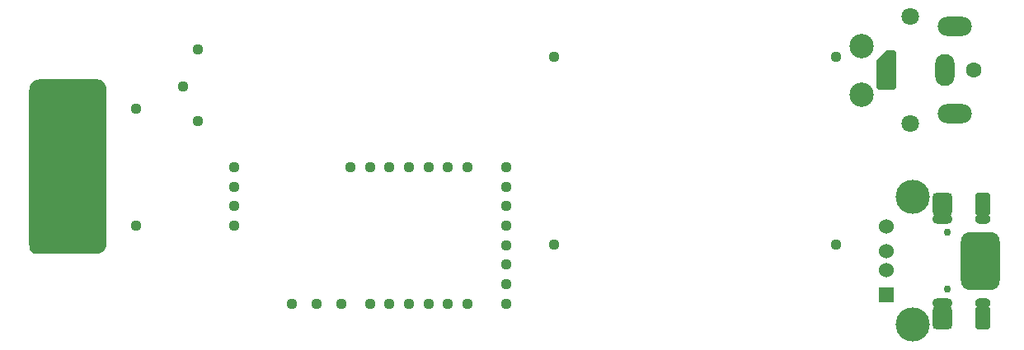
<source format=gbr>
%TF.GenerationSoftware,KiCad,Pcbnew,6.0.11+dfsg-1~bpo11+1*%
%TF.CreationDate,2024-04-01T13:46:53-04:00*%
%TF.ProjectId,Module - TPS540x,4d6f6475-6c65-4202-9d20-545053353430,1.0.0*%
%TF.SameCoordinates,Original*%
%TF.FileFunction,Soldermask,Bot*%
%TF.FilePolarity,Negative*%
%FSLAX46Y46*%
G04 Gerber Fmt 4.6, Leading zero omitted, Abs format (unit mm)*
G04 Created by KiCad (PCBNEW 6.0.11+dfsg-1~bpo11+1) date 2024-04-01 13:46:53*
%MOMM*%
%LPD*%
G01*
G04 APERTURE LIST*
G04 Aperture macros list*
%AMRoundRect*
0 Rectangle with rounded corners*
0 $1 Rounding radius*
0 $2 $3 $4 $5 $6 $7 $8 $9 X,Y pos of 4 corners*
0 Add a 4 corners polygon primitive as box body*
4,1,4,$2,$3,$4,$5,$6,$7,$8,$9,$2,$3,0*
0 Add four circle primitives for the rounded corners*
1,1,$1+$1,$2,$3*
1,1,$1+$1,$4,$5*
1,1,$1+$1,$6,$7*
1,1,$1+$1,$8,$9*
0 Add four rect primitives between the rounded corners*
20,1,$1+$1,$2,$3,$4,$5,0*
20,1,$1+$1,$4,$5,$6,$7,0*
20,1,$1+$1,$6,$7,$8,$9,0*
20,1,$1+$1,$8,$9,$2,$3,0*%
%AMFreePoly0*
4,1,18,-2.000000,0.800000,-1.984776,0.876537,-1.941421,0.941421,-1.876537,0.984776,-1.800000,1.000000,1.000000,1.000000,2.000000,0.000000,2.000000,-0.800000,1.984776,-0.876537,1.941421,-0.941421,1.876537,-0.984776,1.800000,-1.000000,-1.800000,-1.000000,-1.876537,-0.984776,-1.941421,-0.941421,-1.984776,-0.876537,-2.000000,-0.800000,-2.000000,0.800000,-2.000000,0.800000,$1*%
G04 Aperture macros list end*
%ADD10RoundRect,0.330000X-0.170000X-0.170000X0.170000X-0.170000X0.170000X0.170000X-0.170000X0.170000X0*%
%ADD11C,1.600000*%
%ADD12FreePoly0,90.000000*%
%ADD13C,2.500000*%
%ADD14O,2.000000X3.300000*%
%ADD15C,1.800000*%
%ADD16O,3.500000X2.000000*%
%ADD17RoundRect,0.330000X0.170000X-0.170000X0.170000X0.170000X-0.170000X0.170000X-0.170000X-0.170000X0*%
%ADD18C,0.750000*%
%ADD19R,1.524000X1.524000*%
%ADD20C,1.524000*%
%ADD21O,1.600000X1.000000*%
%ADD22RoundRect,0.525000X0.525000X-0.675000X0.525000X0.675000X-0.525000X0.675000X-0.525000X-0.675000X0*%
%ADD23C,3.500000*%
%ADD24RoundRect,0.400000X0.400000X-0.800000X0.400000X0.800000X-0.400000X0.800000X-0.400000X-0.800000X0*%
%ADD25RoundRect,1.000000X-1.000000X2.000000X-1.000000X-2.000000X1.000000X-2.000000X1.000000X2.000000X0*%
%ADD26O,2.100000X1.000000*%
G04 APERTURE END LIST*
D10*
%TO.C,TPc1*%
X87000000Y-114000000D03*
%TD*%
D11*
%TO.C,J706*%
X147000000Y-90000000D03*
D12*
X138000000Y-90000000D03*
D13*
X135500000Y-92500000D03*
D14*
X144000000Y-90000000D03*
D13*
X135500000Y-87500000D03*
D15*
X140500000Y-95500000D03*
X140500000Y-84500000D03*
D16*
X145000000Y-94500000D03*
X145000000Y-85500000D03*
%TD*%
D10*
%TO.C,TP5*%
X71000000Y-106000000D03*
%TD*%
%TO.C,TP301*%
X61000000Y-94000000D03*
%TD*%
D17*
%TO.C,TPc4*%
X93000000Y-114000000D03*
%TD*%
D10*
%TO.C,TPb4*%
X99000000Y-108000000D03*
%TD*%
%TO.C,TP502*%
X132842000Y-107950000D03*
%TD*%
D17*
%TO.C,TPa2*%
X85000000Y-100000000D03*
%TD*%
%TO.C,TPc5*%
X95000000Y-114000000D03*
%TD*%
D10*
%TO.C,TP701*%
X103886000Y-88646000D03*
%TD*%
D17*
%TO.C,TPa4*%
X89000000Y-100000000D03*
%TD*%
%TO.C,TP4*%
X77000000Y-114000000D03*
%TD*%
D10*
%TO.C,TPb1*%
X99000000Y-102000000D03*
%TD*%
D17*
%TO.C,TPc2*%
X89000000Y-114000000D03*
%TD*%
%TO.C,TPa7*%
X95000000Y-100000000D03*
%TD*%
D10*
%TO.C,TPc0*%
X85000000Y-114000000D03*
%TD*%
%TO.C,TP302*%
X65786000Y-91694000D03*
%TD*%
%TO.C,TPb5*%
X99000000Y-110000000D03*
%TD*%
%TO.C,TP303*%
X61000000Y-106000000D03*
%TD*%
D17*
%TO.C,TPa0*%
X82080000Y-114000000D03*
%TD*%
%TO.C,TPa6*%
X93000000Y-100000000D03*
%TD*%
%TO.C,TPa1*%
X83000000Y-100000000D03*
%TD*%
D10*
%TO.C,TPa401*%
X67310000Y-95250000D03*
%TD*%
%TO.C,TPb2*%
X99000000Y-104000000D03*
%TD*%
%TO.C,TP8*%
X71000000Y-104000000D03*
%TD*%
%TO.C,TPa602*%
X67310000Y-87884000D03*
%TD*%
D17*
%TO.C,TP1*%
X79540000Y-114000000D03*
%TD*%
D10*
%TO.C,TP702*%
X132842000Y-88646000D03*
%TD*%
D18*
%TO.C,J505*%
X144298632Y-112490000D03*
D19*
X138000000Y-113100000D03*
D18*
X144298632Y-106710000D03*
D20*
X138000000Y-110600000D03*
X138000000Y-108600000D03*
X138000000Y-106100000D03*
D21*
X147948632Y-113920000D03*
D22*
X143780427Y-103753035D03*
D23*
X140710000Y-116170000D03*
D24*
X147948632Y-103753035D03*
D25*
X147668632Y-109600000D03*
D26*
X143768632Y-113920000D03*
D22*
X143780427Y-115446965D03*
D26*
X143768632Y-105280000D03*
D21*
X147948632Y-105280000D03*
D24*
X147948632Y-115446965D03*
D23*
X140710000Y-103030000D03*
%TD*%
D17*
%TO.C,TPa5*%
X91000000Y-100000000D03*
%TD*%
D10*
%TO.C,TPb7*%
X99000000Y-114000000D03*
%TD*%
%TO.C,TPb0*%
X99000000Y-100000000D03*
%TD*%
%TO.C,TP501*%
X103886000Y-107950000D03*
%TD*%
%TO.C,TPb3*%
X99000000Y-106000000D03*
%TD*%
D17*
%TO.C,TPc3*%
X91000000Y-114000000D03*
%TD*%
%TO.C,TPa3*%
X87000000Y-100000000D03*
%TD*%
D10*
%TO.C,TP6*%
X71000000Y-100000000D03*
%TD*%
%TO.C,TP7*%
X71000000Y-102000000D03*
%TD*%
%TO.C,TPb6*%
X99000000Y-112000000D03*
%TD*%
G36*
X56944163Y-90960607D02*
G01*
X57120737Y-90977998D01*
X57144963Y-90982816D01*
X57308809Y-91032518D01*
X57331629Y-91041971D01*
X57482628Y-91122681D01*
X57503166Y-91136404D01*
X57635515Y-91245020D01*
X57652980Y-91262485D01*
X57761596Y-91394834D01*
X57775319Y-91415372D01*
X57856029Y-91566371D01*
X57865482Y-91589191D01*
X57915184Y-91753037D01*
X57920002Y-91777263D01*
X57937393Y-91953837D01*
X57938000Y-91966187D01*
X57938000Y-107885813D01*
X57937393Y-107898163D01*
X57920002Y-108074737D01*
X57915184Y-108098963D01*
X57865482Y-108262809D01*
X57856029Y-108285629D01*
X57775319Y-108436628D01*
X57761596Y-108457166D01*
X57652980Y-108589515D01*
X57635515Y-108606980D01*
X57503166Y-108715596D01*
X57482628Y-108729319D01*
X57331629Y-108810029D01*
X57308809Y-108819482D01*
X57144963Y-108869184D01*
X57120737Y-108874002D01*
X56944163Y-108891393D01*
X56931813Y-108892000D01*
X50515629Y-108892000D01*
X50450833Y-108874062D01*
X50450311Y-108873749D01*
X50440048Y-108866890D01*
X50430088Y-108859503D01*
X50425214Y-108855700D01*
X50371050Y-108811249D01*
X50366366Y-108807208D01*
X50300884Y-108747858D01*
X50292142Y-108739116D01*
X50234868Y-108675925D01*
X50227022Y-108666365D01*
X50176223Y-108597869D01*
X50169354Y-108587589D01*
X50125508Y-108514437D01*
X50119679Y-108503531D01*
X50083213Y-108426429D01*
X50078482Y-108415006D01*
X50049756Y-108334723D01*
X50046166Y-108322890D01*
X50025442Y-108240153D01*
X50023030Y-108228027D01*
X50010062Y-108140609D01*
X50009305Y-108134471D01*
X50004968Y-108090440D01*
X50004702Y-108087357D01*
X50001432Y-108043019D01*
X50001129Y-108036844D01*
X50000038Y-107992419D01*
X50000000Y-107989326D01*
X50000000Y-92010674D01*
X50000038Y-92007581D01*
X50001129Y-91963156D01*
X50001432Y-91956981D01*
X50004702Y-91912643D01*
X50004968Y-91909560D01*
X50009305Y-91865529D01*
X50010062Y-91859392D01*
X50023029Y-91771976D01*
X50025441Y-91759849D01*
X50046164Y-91677117D01*
X50049753Y-91665284D01*
X50078482Y-91584991D01*
X50083214Y-91573567D01*
X50119679Y-91496468D01*
X50125508Y-91485563D01*
X50169354Y-91412411D01*
X50176223Y-91402131D01*
X50227018Y-91333641D01*
X50234862Y-91324083D01*
X50292140Y-91260885D01*
X50300885Y-91252140D01*
X50364076Y-91194867D01*
X50373635Y-91187022D01*
X50442131Y-91136223D01*
X50452411Y-91129354D01*
X50525563Y-91085508D01*
X50536469Y-91079679D01*
X50613565Y-91043216D01*
X50624988Y-91038485D01*
X50705285Y-91009754D01*
X50717118Y-91006164D01*
X50799849Y-90985441D01*
X50811976Y-90983029D01*
X50899392Y-90970062D01*
X50905529Y-90969305D01*
X50949560Y-90964968D01*
X50952643Y-90964702D01*
X50996981Y-90961432D01*
X51003156Y-90961129D01*
X51047581Y-90960038D01*
X51050674Y-90960000D01*
X56931813Y-90960000D01*
X56944163Y-90960607D01*
G37*
M02*

</source>
